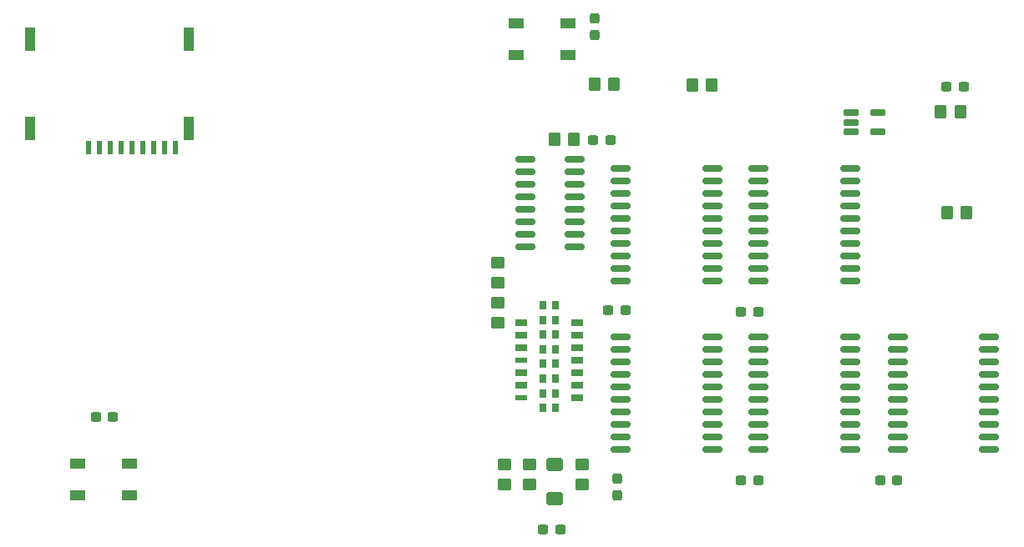
<source format=gbr>
%TF.GenerationSoftware,KiCad,Pcbnew,9.0.6*%
%TF.CreationDate,2025-11-05T23:56:09-08:00*%
%TF.ProjectId,SD-PGMR,53442d50-474d-4522-9e6b-696361645f70,v2.0*%
%TF.SameCoordinates,Original*%
%TF.FileFunction,Paste,Top*%
%TF.FilePolarity,Positive*%
%FSLAX46Y46*%
G04 Gerber Fmt 4.6, Leading zero omitted, Abs format (unit mm)*
G04 Created by KiCad (PCBNEW 9.0.6) date 2025-11-05 23:56:09*
%MOMM*%
%LPD*%
G01*
G04 APERTURE LIST*
G04 Aperture macros list*
%AMRoundRect*
0 Rectangle with rounded corners*
0 $1 Rounding radius*
0 $2 $3 $4 $5 $6 $7 $8 $9 X,Y pos of 4 corners*
0 Add a 4 corners polygon primitive as box body*
4,1,4,$2,$3,$4,$5,$6,$7,$8,$9,$2,$3,0*
0 Add four circle primitives for the rounded corners*
1,1,$1+$1,$2,$3*
1,1,$1+$1,$4,$5*
1,1,$1+$1,$6,$7*
1,1,$1+$1,$8,$9*
0 Add four rect primitives between the rounded corners*
20,1,$1+$1,$2,$3,$4,$5,0*
20,1,$1+$1,$4,$5,$6,$7,0*
20,1,$1+$1,$6,$7,$8,$9,0*
20,1,$1+$1,$8,$9,$2,$3,0*%
G04 Aperture macros list end*
%ADD10RoundRect,0.250000X-0.350000X-0.450000X0.350000X-0.450000X0.350000X0.450000X-0.350000X0.450000X0*%
%ADD11RoundRect,0.237500X0.300000X0.237500X-0.300000X0.237500X-0.300000X-0.237500X0.300000X-0.237500X0*%
%ADD12RoundRect,0.150000X0.875000X0.150000X-0.875000X0.150000X-0.875000X-0.150000X0.875000X-0.150000X0*%
%ADD13RoundRect,0.237500X-0.300000X-0.237500X0.300000X-0.237500X0.300000X0.237500X-0.300000X0.237500X0*%
%ADD14RoundRect,0.250000X-0.600000X0.400000X-0.600000X-0.400000X0.600000X-0.400000X0.600000X0.400000X0*%
%ADD15R,0.620000X1.400000*%
%ADD16R,1.100000X2.400000*%
%ADD17RoundRect,0.250000X0.350000X0.450000X-0.350000X0.450000X-0.350000X-0.450000X0.350000X-0.450000X0*%
%ADD18RoundRect,0.250000X-0.450000X0.350000X-0.450000X-0.350000X0.450000X-0.350000X0.450000X0.350000X0*%
%ADD19RoundRect,0.150000X-0.825000X-0.150000X0.825000X-0.150000X0.825000X0.150000X-0.825000X0.150000X0*%
%ADD20RoundRect,0.150000X-0.875000X-0.150000X0.875000X-0.150000X0.875000X0.150000X-0.875000X0.150000X0*%
%ADD21RoundRect,0.237500X0.237500X-0.300000X0.237500X0.300000X-0.237500X0.300000X-0.237500X-0.300000X0*%
%ADD22RoundRect,0.250000X0.450000X-0.350000X0.450000X0.350000X-0.450000X0.350000X-0.450000X-0.350000X0*%
%ADD23R,1.310000X0.650000*%
%ADD24R,1.310000X0.600000*%
%ADD25R,0.795000X0.900000*%
%ADD26R,1.600000X1.000000*%
%ADD27RoundRect,0.162500X-0.617500X-0.162500X0.617500X-0.162500X0.617500X0.162500X-0.617500X0.162500X0*%
G04 APERTURE END LIST*
D10*
%TO.C,R9*%
X145304000Y-87249000D03*
X147304000Y-87249000D03*
%TD*%
D11*
%TO.C,C9*%
X137006501Y-92837000D03*
X135281499Y-92837000D03*
%TD*%
%TO.C,C1*%
X86587500Y-120900000D03*
X84862500Y-120900000D03*
%TD*%
D12*
%TO.C,U5*%
X147320000Y-124206000D03*
X147320000Y-122936000D03*
X147320000Y-121666000D03*
X147320000Y-120396000D03*
X147320000Y-119126000D03*
X147320000Y-117856000D03*
X147320000Y-116586000D03*
X147320000Y-115316000D03*
X147320000Y-114046000D03*
X147320000Y-112776000D03*
X138020000Y-112776000D03*
X138020000Y-114046000D03*
X138020000Y-115316000D03*
X138020000Y-116586000D03*
X138020000Y-117856000D03*
X138020000Y-119126000D03*
X138020000Y-120396000D03*
X138020000Y-121666000D03*
X138020000Y-122936000D03*
X138020000Y-124206000D03*
%TD*%
%TO.C,U9*%
X161290000Y-124206000D03*
X161290000Y-122936000D03*
X161290000Y-121666000D03*
X161290000Y-120396000D03*
X161290000Y-119126000D03*
X161290000Y-117856000D03*
X161290000Y-116586000D03*
X161290000Y-115316000D03*
X161290000Y-114046000D03*
X161290000Y-112776000D03*
X151990000Y-112776000D03*
X151990000Y-114046000D03*
X151990000Y-115316000D03*
X151990000Y-116586000D03*
X151990000Y-117856000D03*
X151990000Y-119126000D03*
X151990000Y-120396000D03*
X151990000Y-121666000D03*
X151990000Y-122936000D03*
X151990000Y-124206000D03*
%TD*%
D13*
%TO.C,C8*%
X150267499Y-110236000D03*
X151992501Y-110236000D03*
%TD*%
D14*
%TO.C,D1*%
X131318000Y-125758000D03*
X131318000Y-129258000D03*
%TD*%
D10*
%TO.C,R5*%
X131334000Y-92710000D03*
X133334000Y-92710000D03*
%TD*%
D15*
%TO.C,SD1*%
X84121000Y-93600000D03*
X85221000Y-93600000D03*
X86321000Y-93600000D03*
X87421000Y-93600000D03*
X88521000Y-93600000D03*
X89621000Y-93600000D03*
X90721000Y-93600000D03*
X91821000Y-93600000D03*
X92921000Y-93600000D03*
D16*
X94301000Y-91600000D03*
X94301000Y-82600000D03*
X78151000Y-91600000D03*
X78151000Y-82600000D03*
%TD*%
D17*
%TO.C,R7*%
X137398000Y-87122000D03*
X135398000Y-87122000D03*
%TD*%
D18*
%TO.C,R8*%
X126238000Y-125746000D03*
X126238000Y-127746000D03*
%TD*%
D10*
%TO.C,R12*%
X170500800Y-89911000D03*
X172500800Y-89911000D03*
%TD*%
D12*
%TO.C,U8*%
X147320000Y-107086400D03*
X147320000Y-105816400D03*
X147320000Y-104546400D03*
X147320000Y-103276400D03*
X147320000Y-102006400D03*
X147320000Y-100736400D03*
X147320000Y-99466400D03*
X147320000Y-98196400D03*
X147320000Y-96926400D03*
X147320000Y-95656400D03*
X138020000Y-95656400D03*
X138020000Y-96926400D03*
X138020000Y-98196400D03*
X138020000Y-99466400D03*
X138020000Y-100736400D03*
X138020000Y-102006400D03*
X138020000Y-103276400D03*
X138020000Y-104546400D03*
X138020000Y-105816400D03*
X138020000Y-107086400D03*
%TD*%
D19*
%TO.C,U2*%
X128400000Y-94742000D03*
X128400000Y-96012000D03*
X128400000Y-97282000D03*
X128400000Y-98552000D03*
X128400000Y-99822000D03*
X128400000Y-101092000D03*
X128400000Y-102362000D03*
X128400000Y-103632000D03*
X133350000Y-103632000D03*
X133350000Y-102362000D03*
X133350000Y-101092000D03*
X133350000Y-99822000D03*
X133350000Y-98552000D03*
X133350000Y-97282000D03*
X133350000Y-96012000D03*
X133350000Y-94742000D03*
%TD*%
D13*
%TO.C,C10*%
X171095500Y-87376000D03*
X172820500Y-87376000D03*
%TD*%
%TO.C,C7*%
X164364499Y-127381000D03*
X166089501Y-127381000D03*
%TD*%
%TO.C,C4*%
X150267499Y-127381000D03*
X151992501Y-127381000D03*
%TD*%
%TO.C,C6*%
X130201499Y-132334000D03*
X131926501Y-132334000D03*
%TD*%
D20*
%TO.C,U7*%
X151990000Y-95656400D03*
X151990000Y-96926400D03*
X151990000Y-98196400D03*
X151990000Y-99466400D03*
X151990000Y-100736400D03*
X151990000Y-102006400D03*
X151990000Y-103276400D03*
X151990000Y-104546400D03*
X151990000Y-105816400D03*
X151990000Y-107086400D03*
X161290000Y-107086400D03*
X161290000Y-105816400D03*
X161290000Y-104546400D03*
X161290000Y-103276400D03*
X161290000Y-102006400D03*
X161290000Y-100736400D03*
X161290000Y-99466400D03*
X161290000Y-98196400D03*
X161290000Y-96926400D03*
X161290000Y-95656400D03*
%TD*%
D21*
%TO.C,C3*%
X137668000Y-128878501D03*
X137668000Y-127153499D03*
%TD*%
D22*
%TO.C,R1*%
X125603000Y-107299000D03*
X125603000Y-105299000D03*
%TD*%
D18*
%TO.C,R2*%
X125603000Y-109363000D03*
X125603000Y-111363000D03*
%TD*%
D23*
%TO.C,U3*%
X127965000Y-111391000D03*
X127965000Y-112661000D03*
X127965000Y-113931000D03*
D24*
X127965000Y-115201000D03*
D23*
X127963884Y-116471911D03*
X127963884Y-117741911D03*
D24*
X127963884Y-119011911D03*
D23*
X133653884Y-119011911D03*
X133653884Y-117741911D03*
X133653884Y-116471911D03*
X133655000Y-115201000D03*
X133655000Y-113931000D03*
X133655000Y-112661000D03*
X133655000Y-111391000D03*
D25*
X130147500Y-112546000D03*
X130147500Y-114046000D03*
X130147778Y-118518449D03*
X130147778Y-120018449D03*
X130148787Y-109564011D03*
X130148787Y-111064011D03*
X130149795Y-115541408D03*
X130149795Y-117041408D03*
X131472500Y-112546000D03*
X131472500Y-114046000D03*
X131472778Y-118518449D03*
X131472778Y-120018449D03*
X131473787Y-109564011D03*
X131473787Y-111064011D03*
X131474795Y-115541408D03*
X131474795Y-117041408D03*
%TD*%
D13*
%TO.C,C2*%
X136805499Y-110109000D03*
X138530501Y-110109000D03*
%TD*%
D26*
%TO.C,SW1*%
X82973000Y-125654000D03*
X88223000Y-125654000D03*
X82973000Y-128854000D03*
X88223000Y-128854000D03*
%TD*%
%TO.C,SW2*%
X127423000Y-80950000D03*
X132673000Y-80950000D03*
X127423000Y-84150000D03*
X132673000Y-84150000D03*
%TD*%
D22*
%TO.C,R10*%
X128778000Y-127746000D03*
X128778000Y-125746000D03*
%TD*%
D18*
%TO.C,R11*%
X134112000Y-125762000D03*
X134112000Y-127762000D03*
%TD*%
D21*
%TO.C,C5*%
X135382000Y-82142501D03*
X135382000Y-80417499D03*
%TD*%
D27*
%TO.C,U10*%
X161384000Y-90048000D03*
X161384000Y-90998000D03*
X161384000Y-91948000D03*
X164084000Y-91948000D03*
X164084000Y-90048000D03*
%TD*%
D12*
%TO.C,U6*%
X175416000Y-124206000D03*
X175416000Y-122936000D03*
X175416000Y-121666000D03*
X175416000Y-120396000D03*
X175416000Y-119126000D03*
X175416000Y-117856000D03*
X175416000Y-116586000D03*
X175416000Y-115316000D03*
X175416000Y-114046000D03*
X175416000Y-112776000D03*
X166116000Y-112776000D03*
X166116000Y-114046000D03*
X166116000Y-115316000D03*
X166116000Y-116586000D03*
X166116000Y-117856000D03*
X166116000Y-119126000D03*
X166116000Y-120396000D03*
X166116000Y-121666000D03*
X166116000Y-122936000D03*
X166116000Y-124206000D03*
%TD*%
D10*
%TO.C,R13*%
X171101000Y-100203000D03*
X173101000Y-100203000D03*
%TD*%
M02*

</source>
